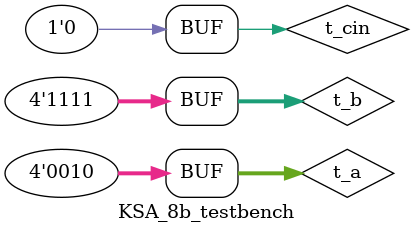
<source format=v>
module KSA_8b_testbench;
reg [3:0] t_a,t_b;
reg t_cin;
wire [3:0] t_S;

initial begin $dumpfile("dump.vcd"); $dumpvars(0, KSA_8b_testbench); end
KSA_8b pra (.a(t_a), .b(t_b), .cin(t_cin), .S(t_S));
initial
begin
        #0
	t_a [3:0] = 4'b0000; 
	t_b [3:0] = 4'b0100;
	t_cin = 1'b0;
	
	#5
	t_a [3:0] = 4'b0110; 
	t_b [3:0] = 4'b0001; 
	t_cin = 1'b0;
	
	#10
	t_a [3:0] = 4'b0100; 
	t_b [3:0] = 4'b1011;
	t_cin = 1'b0;
	
	#15
	t_a [3:0] = 4'b0010;
	t_b [4:0] = 4'b1111;
	t_cin = 1'b0;
	
end
endmodule

</source>
